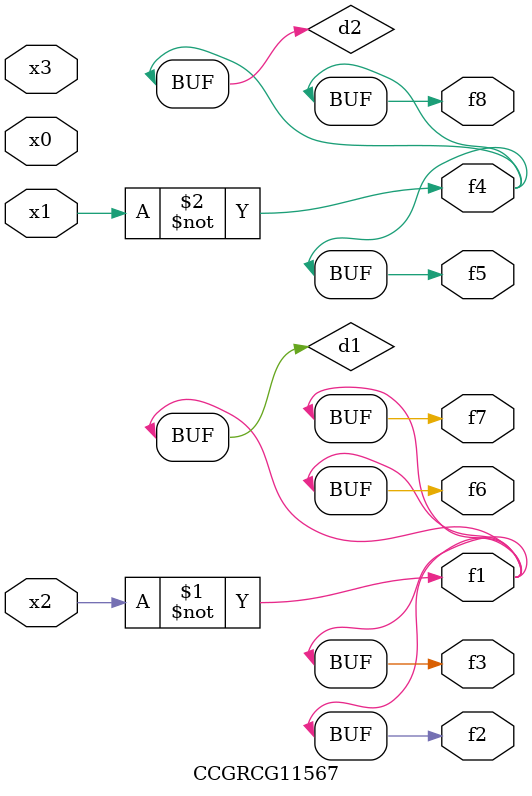
<source format=v>
module CCGRCG11567(
	input x0, x1, x2, x3,
	output f1, f2, f3, f4, f5, f6, f7, f8
);

	wire d1, d2;

	xnor (d1, x2);
	not (d2, x1);
	assign f1 = d1;
	assign f2 = d1;
	assign f3 = d1;
	assign f4 = d2;
	assign f5 = d2;
	assign f6 = d1;
	assign f7 = d1;
	assign f8 = d2;
endmodule

</source>
